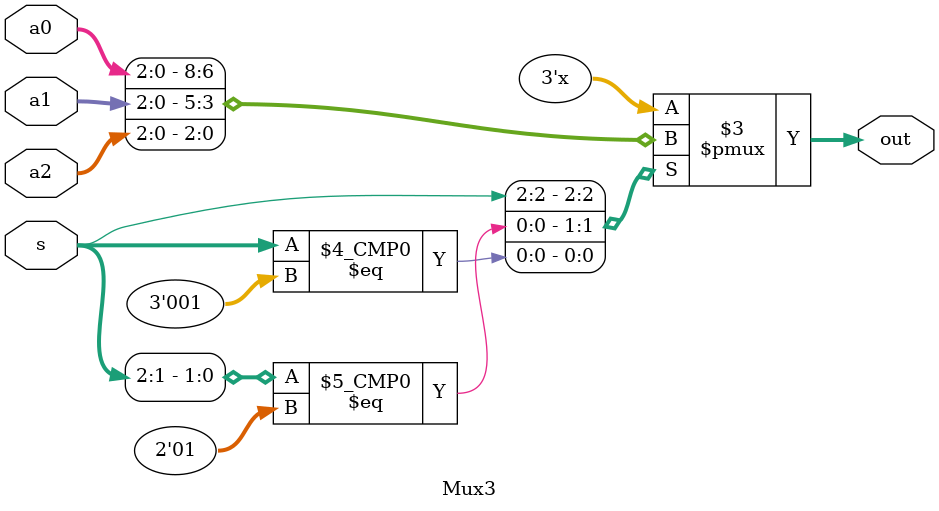
<source format=v>
module cpu(clk, reset, LEDin);
	input clk, reset;
	output [9:0] LEDin;
	wire [8:0] TBD;
	wire [1:0] mwriting, vsel, shift, ALUop, op;
	wire [2:0] readnum, writenum, status, opcode, nsel, cond;
	wire [15:0] IRout, sximm5, sximm8;
	wire execb, tsel;
	
	datapath DP0(.clk(clk), .tsel(tsel), .incp(incp), .execb(execb), .cond(cond), .readnum(readnum), .sximm5(sximm5), .sximm8(sximm8), .vsel(TBD[8:7]), .loada(TBD[5]), .loadb(TBD[4]), .shift(shift), 
				.asel(TBD[2]), .bsel(TBD[1]), .ALUop(ALUop), .loadc(TBD[3]), .loads(TBD[0]), .writenum(writenum), .write(TBD[6]),  
				.status(status), .reset(reset), .mwrite(mwriting[1]), .msel(mwriting[0]), .loadir(loadir), .IRout(IRout),
				.LEDin(LEDin));
		
	controller C0(.clk(clk), .reset(reset), .opcode(opcode), .op(op), .nsel(nsel), .loadir(loadir), .incp(incp), .TBD(TBD), .mwriting(mwriting),
				.execb(execb), .tsel(tsel));
	
	instructionDecoder ID0(IRout, nsel, opcode, op, writenum, readnum, shift, sximm8, sximm5, ALUop, cond);
endmodule

module controller(clk, reset, opcode, op, nsel, loadir, incp, TBD, mwriting, execb, tsel);
	input clk, reset;
	input [2:0] opcode;
	input [1:0] op;
	output loadir, incp, execb, tsel;
	output [2:0] nsel;
	output [8:0] TBD;
	output [1:0] mwriting;
	
	wire [3:0] state;
	reg [3:0] nextstate;	
	reg loadir, incp, execb, tsel;
	reg [2:0] nsel;
	reg [8:0] TBD;
	reg [1:0] mwriting;
	
	
	`define MOV 5'b11010
	`define MOVS 5'b11000
	`define ADD 5'b10100
	`define CMP 5'b10101
	`define AND 5'b10110
	`define MVN 5'b10111
	`define LDR 5'b01100
	`define STR 5'b10000	
	
	`define BRANCH 5'b00100
	`define BL 5'b01011
	`define BX 5'b01000
	`define BLX 5'b01010
	`define HALT 5'b111xx
	
	
	vDFF #(4) vDFF0(clk, nextstate, state); 
	
	always @(*) begin
		casex({opcode, op, state})
			{5'bxxxxx, 4'b0000}: {nsel, loadir, incp, TBD, mwriting, nextstate, execb, tsel} = reset ? {3'b100, 1'b0, 1'b0, 9'b000000000, 2'b00, 4'b0000, 1'b0, 1'b1} : {3'b100, 1'b1, 1'b0, 9'b000000000, 2'b00, 4'b0001, 1'b0, 1'b1};
			{5'bxxxxx, 4'b0001}: {nsel, loadir, incp, TBD, mwriting, nextstate, execb, tsel} = reset ? {3'b100, 1'b0, 1'b0, 9'b000000000, 2'b00, 4'b0000, 1'b0, 1'b1} : {3'b100, 1'b1, 1'b0, TBD, 2'b00, 4'b0010, 1'b0, 1'b1};
			{5'bxxxxx, 4'b0010}: {nsel, loadir, incp, TBD, mwriting, nextstate, execb, tsel} = reset ? {3'b100, 1'b0, 1'b0, 9'b000000000, 2'b00, 4'b0000, 1'b0, 1'b1} : {3'b100, 1'b0, 1'b1, TBD, 2'b00, 4'b0011, 1'b0, 1'b1};
			
			{`MOV, 4'b0011}: {nsel, loadir, incp, TBD, mwriting, nextstate, execb, tsel} = reset ? {3'b100, 1'b0, 1'b0, 9'b000000000, 2'b00, 4'b0000, 1'b0, 1'b1} : {3'b100, 1'b0, 1'b0, 9'b101000000, 2'b00, 4'b0000, 1'b0, 1'b1};
			
			{`MOVS, 4'b0011}: {nsel, loadir, incp, TBD, mwriting, nextstate, execb, tsel} = reset ? {3'b100, 1'b0, 1'b0, 9'b000000000, 2'b00, 4'b0000, 1'b0, 1'b1} : {3'b001, 1'b0, 1'b0, 9'b000010100, 2'b00, 4'b0100, 1'b0, 1'b1};
			{`MOVS, 4'b0100}: {nsel, loadir, incp, TBD, mwriting, nextstate, execb, tsel} = reset ? {3'b100, 1'b0, 1'b0, 9'b000000000, 2'b00, 4'b0000, 1'b0, 1'b1} : {3'b010, 1'b0, 1'b0, 9'b000001100, 2'b00, 4'b0101, 1'b0, 1'b1};
			{`MOVS, 4'b0101}: {nsel, loadir, incp, TBD, mwriting, nextstate, execb, tsel} = reset ? {3'b100, 1'b0, 1'b0, 9'b000000000, 2'b00, 4'b0000, 1'b0, 1'b1} : {3'b010, 1'b0, 1'b0, 9'b001001100, 2'b00, 4'b0000, 1'b0, 1'b1};
			
			{`ADD, 4'b0011}: {nsel, loadir, incp, TBD, mwriting, nextstate, execb, tsel} = reset ? {3'b100, 1'b0, 1'b0, 9'b000000000, 2'b00, 4'b0000, 1'b0, 1'b1} : {3'b100, 1'b0, 1'b0, 9'b000100000, 2'b00, 4'b0100, 1'b0, 1'b1};
			{`ADD, 4'b0100}: {nsel, loadir, incp, TBD, mwriting, nextstate, execb, tsel} = reset ? {3'b100, 1'b0, 1'b0, 9'b000000000, 2'b00, 4'b0000, 1'b0, 1'b1} : {3'b001, 1'b0, 1'b0, 9'b000010000, 2'b00, 4'b0101, 1'b0, 1'b1};	
			{`ADD, 4'b0101}: {nsel, loadir, incp, TBD, mwriting, nextstate, execb, tsel} = reset ? {3'b100, 1'b0, 1'b0, 9'b000000000, 2'b00, 4'b0000, 1'b0, 1'b1} : {3'b010, 1'b0, 1'b0, 9'b000001000, 2'b00, 4'b0110, 1'b0, 1'b1};	
			{`ADD, 4'b0110}: {nsel, loadir, incp, TBD, mwriting, nextstate, execb, tsel} = reset ? {3'b100, 1'b0, 1'b0, 9'b000000000, 2'b00, 4'b0000, 1'b0, 1'b1} : {3'b010, 1'b0, 1'b0, 9'b001001000, 2'b00, 4'b0000, 1'b0, 1'b1};
			
			{`CMP, 4'b0011}: {nsel, loadir, incp, TBD, mwriting, nextstate, execb, tsel} = reset ? {3'b100, 1'b0, 1'b0, 9'b000000000, 2'b00, 4'b0000, 1'b0, 1'b1} : {3'b100, 1'b0, 1'b0, 9'b000100000, 2'b00, 4'b0100, 1'b0, 1'b1};
			{`CMP, 4'b0100}: {nsel, loadir, incp, TBD, mwriting, nextstate, execb, tsel} = reset ? {3'b100, 1'b0, 1'b0, 9'b000000000, 2'b00, 4'b0000, 1'b0, 1'b1} : {3'b001, 1'b0, 1'b0, 9'b000010000, 2'b00, 4'b0101, 1'b0, 1'b1};
			{`CMP, 4'b0101}: {nsel, loadir, incp, TBD, mwriting, nextstate, execb, tsel} = reset ? {3'b100, 1'b0, 1'b0, 9'b000000000, 2'b00, 4'b0000, 1'b0, 1'b1} : {3'b001, 1'b0, 1'b0, 9'b000000001, 2'b00, 4'b0000, 1'b0, 1'b1};
			
			{`AND, 4'b0011}: {nsel, loadir, incp, TBD, mwriting, nextstate, execb, tsel} = reset ? {3'b100, 1'b0, 1'b0, 9'b000000000, 2'b00, 4'b0000, 1'b0, 1'b1} : {3'b100, 1'b0, 1'b0, 9'b000100000, 2'b00, 4'b0100, 1'b0, 1'b1};
			{`AND, 4'b0100}: {nsel, loadir, incp, TBD, mwriting, nextstate, execb, tsel} = reset ? {3'b100, 1'b0, 1'b0, 9'b000000000, 2'b00, 4'b0000, 1'b0, 1'b1} : {3'b001, 1'b0, 1'b0, 9'b000010000, 2'b00, 4'b0101, 1'b0, 1'b1};
			{`AND, 4'b0101}: {nsel, loadir, incp, TBD, mwriting, nextstate, execb, tsel} = reset ? {3'b100, 1'b0, 1'b0, 9'b000000000, 2'b00, 4'b0000, 1'b0, 1'b1} : {3'b010, 1'b0, 1'b0, 9'b000001000, 2'b00, 4'b0110, 1'b0, 1'b1};
			{`AND, 4'b0110}: {nsel, loadir, incp, TBD, mwriting, nextstate, execb, tsel} = reset ? {3'b100, 1'b0, 1'b0, 9'b000000000, 2'b00, 4'b0000, 1'b0, 1'b1} : {3'b010, 1'b0, 1'b0, 9'b001001000, 2'b00, 4'b0000, 1'b0, 1'b1};
			
			{`MVN, 4'b0011}: {nsel, loadir, incp, TBD, mwriting, nextstate, execb, tsel} = reset ? {3'b100, 1'b0, 1'b0, 9'b000000000, 2'b00, 4'b0000, 1'b0, 1'b1} : {3'b001, 1'b0, 1'b0, 9'b000010100, 2'b00, 4'b0100, 1'b0, 1'b1};
			{`MVN, 4'b0100}: {nsel, loadir, incp, TBD, mwriting, nextstate, execb, tsel} = reset ? {3'b100, 1'b0, 1'b0, 9'b000000000, 2'b00, 4'b0000, 1'b0, 1'b1} : {3'b010, 1'b0, 1'b0, 9'b000001100, 2'b00, 4'b0101, 1'b0, 1'b1};
			{`MVN, 4'b0101}: {nsel, loadir, incp, TBD, mwriting, nextstate, execb, tsel} = reset ? {3'b100, 1'b0, 1'b0, 9'b000000000, 2'b00, 4'b0000, 1'b0, 1'b1} : {3'b010, 1'b0, 1'b0, 9'b001001100, 2'b00, 4'b0000, 1'b0, 1'b1};
						
			{`LDR, 4'b0011}: {nsel, loadir, incp, TBD, mwriting, nextstate, execb, tsel} = reset ? {3'b100, 1'b0, 1'b0, 9'b000000000, 2'b00, 4'b0000, 1'b0, 1'b1} : {3'b100, 1'b0, 1'b0, 9'b000100010, 2'b00, 4'b0100, 1'b0, 1'b1};
			{`LDR, 4'b0100}: {nsel, loadir, incp, TBD, mwriting, nextstate, execb, tsel} = reset ? {3'b100, 1'b0, 1'b0, 9'b000000000, 2'b00, 4'b0000, 1'b0, 1'b1} : {3'b010, 1'b0, 1'b0, 9'b000001010, 2'b00, 4'b0101, 1'b0, 1'b1};
			{`LDR, 4'b0101}: {nsel, loadir, incp, TBD, mwriting, nextstate, execb, tsel} = reset ? {3'b100, 1'b0, 1'b0, 9'b000000000, 2'b00, 4'b0000, 1'b0, 1'b1} : {3'b010, 1'b0, 1'b0, 9'b000001010, 2'b01, 4'b0110, 1'b0, 1'b1};
			{`LDR, 4'b0110}: {nsel, loadir, incp, TBD, mwriting, nextstate, execb, tsel} = reset ? {3'b100, 1'b0, 1'b0, 9'b000000000, 2'b00, 4'b0000, 1'b0, 1'b1} : {3'b010, 1'b0, 1'b0, 9'b000000000, 2'b00, 4'b0111, 1'b0, 1'b1};
			{`LDR, 4'b0111}: {nsel, loadir, incp, TBD, mwriting, nextstate, execb, tsel} = reset ? {3'b100, 1'b0, 1'b0, 9'b000000000, 2'b00, 4'b0000, 1'b0, 1'b1} : {3'b010, 1'b0, 1'b0, 9'b111000000, 2'b00, 4'b0000, 1'b0, 1'b1};
			
			{`STR, 4'b0011}: {nsel, loadir, incp, TBD, mwriting, nextstate, execb, tsel} = reset ? {3'b100, 1'b0, 1'b0, 9'b000000000, 2'b00, 4'b0000, 1'b0, 1'b1} : {3'b100, 1'b0, 1'b0, 9'b000100010, 2'b00, 4'b0100, 1'b0, 1'b1};
			{`STR, 4'b0100}: {nsel, loadir, incp, TBD, mwriting, nextstate, execb, tsel} = reset ? {3'b100, 1'b0, 1'b0, 9'b000000000, 2'b00, 4'b0000, 1'b0, 1'b1} : {3'b100, 1'b0, 1'b0, 9'b000001010, 2'b00, 4'b0101, 1'b0, 1'b1};
			{`STR, 4'b0101}: {nsel, loadir, incp, TBD, mwriting, nextstate, execb, tsel} = reset ? {3'b100, 1'b0, 1'b0, 9'b000000000, 2'b00, 4'b0000, 1'b0, 1'b1} : {3'b010, 1'b0, 1'b0, 9'b000010000, 2'b01, 4'b0110, 1'b0, 1'b1};
			{`STR, 4'b0110}: {nsel, loadir, incp, TBD, mwriting, nextstate, execb, tsel} = reset ? {3'b100, 1'b0, 1'b0, 9'b000000000, 2'b00, 4'b0000, 1'b0, 1'b1} : {3'b010, 1'b0, 1'b0, 9'b000000000, 2'b11, 4'b0111, 1'b0, 1'b1};
			{`STR, 4'b0111}: {nsel, loadir, incp, TBD, mwriting, nextstate, execb, tsel} = reset ? {3'b100, 1'b0, 1'b0, 9'b000000000, 2'b00, 4'b0000, 1'b0, 1'b1} : {3'b010, 1'b0, 1'b0, 9'b000000000, 2'b00, 4'b0000, 1'b0, 1'b1};
			
			{`BRANCH, 4'b0011}: {nsel, loadir, incp, TBD, mwriting, nextstate, execb, tsel} = reset ? {3'b100, 1'b0, 1'b0, 9'b000000000, 2'b00, 4'b0000, 1'b0, 1'b1} : {3'b100, 1'b0, 1'b0, 9'b000000000, 2'b00, 4'b0100, 1'b1, 1'b1};
			{`BRANCH, 4'b0100}: {nsel, loadir, incp, TBD, mwriting, nextstate, execb, tsel} = reset ? {3'b100, 1'b0, 1'b0, 9'b000000000, 2'b00, 4'b0000, 1'b0, 1'b1} : {3'b100, 1'b0, 1'b0, 9'b000000000, 2'b00, 4'b0000, 1'b0, 1'b1};
			
			{`BL, 4'b0011}: {nsel, loadir, incp, TBD, mwriting, nextstate, execb, tsel} = reset ? {3'b100, 1'b0, 1'b0, 9'b000000000, 2'b00, 4'b0000, 1'b0, 1'b1} : {3'b100, 1'b0, 1'b0, 9'b011000000, 2'b00, 4'b0100, 1'b0, 1'b1};
			{`BL, 4'b0100}: {nsel, loadir, incp, TBD, mwriting, nextstate, execb, tsel} = reset ? {3'b100, 1'b0, 1'b0, 9'b000000000, 2'b00, 4'b0000, 1'b0, 1'b1} : {3'b100, 1'b0, 1'b0, 9'b000000000, 2'b00, 4'b0101, 1'b1, 1'b1};
			{`BRANCH, 4'b0100}: {nsel, loadir, incp, TBD, mwriting, nextstate, execb, tsel} = reset ? {3'b100, 1'b0, 1'b0, 9'b000000000, 2'b00, 4'b0000, 1'b0, 1'b1} : {3'b100, 1'b0, 1'b0, 9'b000000000, 2'b00, 4'b0000, 1'b0, 1'b1};

			{`BX, 4'b0011}: {nsel, loadir, incp, TBD, mwriting, nextstate, execb, tsel} = reset ? {3'b100, 1'b0, 1'b0, 9'b000000000, 2'b00, 4'b0000, 1'b0, 1'b1} : {3'b010, 1'b0, 1'b0, 9'b000100000, 2'b00, 4'b0100, 1'b0, 1'b0};
			{`BX, 4'b0100}: {nsel, loadir, incp, TBD, mwriting, nextstate, execb, tsel} = reset ? {3'b100, 1'b0, 1'b0, 9'b000000000, 2'b00, 4'b0000, 1'b0, 1'b1} : {3'b010, 1'b0, 1'b0, 9'b000100000, 2'b00, 4'b0000, 1'b1, 1'b0};
			{`BX, 4'b0100}: {nsel, loadir, incp, TBD, mwriting, nextstate, execb, tsel} = reset ? {3'b100, 1'b0, 1'b0, 9'b000000000, 2'b00, 4'b0000, 1'b0, 1'b1} : {3'b010, 1'b0, 1'b0, 9'b000100000, 2'b00, 4'b0000, 1'b0, 1'b0};
			
			default: {nsel, loadir, incp, TBD, mwriting, nextstate, execb, tsel} = {3'b100, 1'b0, 1'b0, 9'b000000000, 2'b00, 4'b0000, 1'b0, 1'b1};
		endcase
	end
endmodule

module instructionDecoder(IRout, nsel, opcode, op, writenum, readnum, shift, sximm8, sximm5, ALUop, cond);
	input [15:0] IRout;
	input [2:0] nsel;
	output [2:0] opcode, writenum, readnum, cond;
	output [1:0] op, shift, ALUop;
	output [15:0] sximm8, sximm5;
	wire [4:0] imm5 = IRout[4:0];
	wire [7:0] imm8 = IRout[7:0];
	wire [2:0] Rn = IRout[10:8];
	wire [2:0] Rd = IRout[7:5];
	wire [2:0] Rm = IRout[2:0];
	wire [2:0] RMuxout;
	
	assign op = IRout[12:11];
	assign opcode = IRout[15:13];
	assign shift = IRout[4:3];
	assign ALUop = IRout[12:11];
	
	signExtend #(5, 16) SEimm5(imm5, sximm5);
	signExtend #(8, 16) SEimm8(imm8, sximm8);
	
	Mux3 #(3) RMux(Rn, Rd, Rm, nsel, RMuxout);
	
	assign cond = IRout[10:8];
	assign readnum = RMuxout;
	assign writenum = RMuxout;
	
endmodule

module signExtend(in, out);
	parameter n = 5;
	parameter m = 16;
	
	input [n-1:0] in;
	output [m-1:0] out;
	assign out[m-1:n] = {(m-n){in[n-1]}};
	assign out[n-1:0] = in;
	// assign out = {((m-n){in[n-1]}), in};
endmodule

module Mux3(a0, a1, a2, s, out);
	parameter n = 3;
	input [n-1:0] a0, a1, a2, s;
	output [n-1:0] out;
	reg [n-1:0] out;
	
	always @(*) begin
		casex(s)
			3'b1xx: out = a0;
			3'b01x: out = a1;
			3'b001: out = a2;
			default : out = {n{1'bx}};
		endcase
	end
endmodule
</source>
